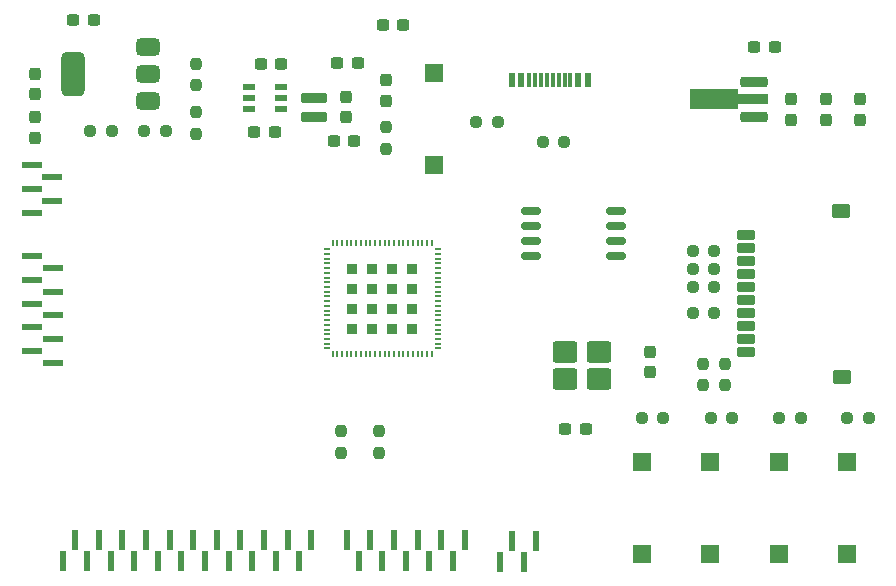
<source format=gbr>
%TF.GenerationSoftware,KiCad,Pcbnew,9.0.2*%
%TF.CreationDate,2025-06-25T14:41:33+05:30*%
%TF.ProjectId,DevBoard_F1C100s,44657642-6f61-4726-945f-463143313030,rev?*%
%TF.SameCoordinates,Original*%
%TF.FileFunction,Paste,Top*%
%TF.FilePolarity,Positive*%
%FSLAX46Y46*%
G04 Gerber Fmt 4.6, Leading zero omitted, Abs format (unit mm)*
G04 Created by KiCad (PCBNEW 9.0.2) date 2025-06-25 14:41:33*
%MOMM*%
%LPD*%
G01*
G04 APERTURE LIST*
G04 Aperture macros list*
%AMRoundRect*
0 Rectangle with rounded corners*
0 $1 Rounding radius*
0 $2 $3 $4 $5 $6 $7 $8 $9 X,Y pos of 4 corners*
0 Add a 4 corners polygon primitive as box body*
4,1,4,$2,$3,$4,$5,$6,$7,$8,$9,$2,$3,0*
0 Add four circle primitives for the rounded corners*
1,1,$1+$1,$2,$3*
1,1,$1+$1,$4,$5*
1,1,$1+$1,$6,$7*
1,1,$1+$1,$8,$9*
0 Add four rect primitives between the rounded corners*
20,1,$1+$1,$2,$3,$4,$5,0*
20,1,$1+$1,$4,$5,$6,$7,0*
20,1,$1+$1,$6,$7,$8,$9,0*
20,1,$1+$1,$8,$9,$2,$3,0*%
%AMFreePoly0*
4,1,9,5.362500,-0.866500,1.237500,-0.866500,1.237500,-0.450000,-1.237500,-0.450000,-1.237500,0.450000,1.237500,0.450000,1.237500,0.866500,5.362500,0.866500,5.362500,-0.866500,5.362500,-0.866500,$1*%
G04 Aperture macros list end*
%ADD10R,0.600000X1.160000*%
%ADD11R,0.300000X1.160000*%
%ADD12RoundRect,0.172500X-0.627500X-0.402500X0.627500X-0.402500X0.627500X0.402500X-0.627500X0.402500X0*%
%ADD13RoundRect,0.127500X-0.672500X-0.297500X0.672500X-0.297500X0.672500X0.297500X-0.672500X0.297500X0*%
%ADD14RoundRect,0.237500X0.237500X-0.250000X0.237500X0.250000X-0.237500X0.250000X-0.237500X-0.250000X0*%
%ADD15RoundRect,0.237500X-0.250000X-0.237500X0.250000X-0.237500X0.250000X0.237500X-0.250000X0.237500X0*%
%ADD16RoundRect,0.237500X-0.237500X0.300000X-0.237500X-0.300000X0.237500X-0.300000X0.237500X0.300000X0*%
%ADD17RoundRect,0.237500X-0.300000X-0.237500X0.300000X-0.237500X0.300000X0.237500X-0.300000X0.237500X0*%
%ADD18RoundRect,0.375000X0.625000X0.375000X-0.625000X0.375000X-0.625000X-0.375000X0.625000X-0.375000X0*%
%ADD19RoundRect,0.500000X0.500000X1.400000X-0.500000X1.400000X-0.500000X-1.400000X0.500000X-1.400000X0*%
%ADD20R,1.500000X1.500000*%
%ADD21R,0.200000X0.600000*%
%ADD22R,0.600000X0.200000*%
%ADD23R,0.935000X0.935000*%
%ADD24R,0.600000X1.750000*%
%ADD25RoundRect,0.237500X0.300000X0.237500X-0.300000X0.237500X-0.300000X-0.237500X0.300000X-0.237500X0*%
%ADD26RoundRect,0.237500X0.237500X-0.300000X0.237500X0.300000X-0.237500X0.300000X-0.237500X-0.300000X0*%
%ADD27R,1.000000X0.599999*%
%ADD28RoundRect,0.237500X-0.237500X0.250000X-0.237500X-0.250000X0.237500X-0.250000X0.237500X0.250000X0*%
%ADD29RoundRect,0.225000X0.925000X0.225000X-0.925000X0.225000X-0.925000X-0.225000X0.925000X-0.225000X0*%
%ADD30FreePoly0,180.000000*%
%ADD31RoundRect,0.250000X-0.800000X-0.650000X0.800000X-0.650000X0.800000X0.650000X-0.800000X0.650000X0*%
%ADD32RoundRect,0.237500X0.250000X0.237500X-0.250000X0.237500X-0.250000X-0.237500X0.250000X-0.237500X0*%
%ADD33R,1.750000X0.600000*%
%ADD34RoundRect,0.212500X-0.887500X0.212500X-0.887500X-0.212500X0.887500X-0.212500X0.887500X0.212500X0*%
%ADD35RoundRect,0.162500X-0.650000X-0.162500X0.650000X-0.162500X0.650000X0.162500X-0.650000X0.162500X0*%
G04 APERTURE END LIST*
D10*
%TO.C,J101*%
X172387500Y-104010000D03*
X171587500Y-104010000D03*
D11*
X170937500Y-104010000D03*
X169937500Y-104010000D03*
X168437500Y-104010000D03*
X167437500Y-104010000D03*
D10*
X166787500Y-104010000D03*
X165987500Y-104010000D03*
X165987500Y-104010000D03*
X166787500Y-104010000D03*
D11*
X167937500Y-104010000D03*
X168937500Y-104010000D03*
X169437500Y-104010000D03*
X170437500Y-104010000D03*
D10*
X171587500Y-104010000D03*
X172387500Y-104010000D03*
%TD*%
D12*
%TO.C,J104*%
X193850000Y-115100000D03*
X193900000Y-129100000D03*
D13*
X185800000Y-119300000D03*
X185800000Y-120400000D03*
X185800000Y-121500000D03*
X185800000Y-122600000D03*
X185800000Y-123700000D03*
X185800000Y-124800000D03*
X185800000Y-125900000D03*
X185800000Y-127000000D03*
X185800000Y-117100000D03*
X185800000Y-118200000D03*
%TD*%
D14*
%TO.C,R119*%
X184000000Y-127987500D03*
X184000000Y-129812500D03*
%TD*%
%TO.C,R118*%
X182200000Y-129812500D03*
X182200000Y-127987500D03*
%TD*%
D15*
%TO.C,R117*%
X183112500Y-123700000D03*
X181287500Y-123700000D03*
%TD*%
%TO.C,R116*%
X181287500Y-121500000D03*
X183112500Y-121500000D03*
%TD*%
%TO.C,R115*%
X181287500Y-119975000D03*
X183112500Y-119975000D03*
%TD*%
%TO.C,R114*%
X181287500Y-118450000D03*
X183112500Y-118450000D03*
%TD*%
D16*
%TO.C,C104*%
X189650000Y-107325000D03*
X189650000Y-105600000D03*
%TD*%
%TO.C,C109*%
X195425000Y-107325000D03*
X195425000Y-105600000D03*
%TD*%
D17*
%TO.C,C112*%
X128842500Y-98850000D03*
X130567500Y-98850000D03*
%TD*%
D18*
%TO.C,U101*%
X135142500Y-101170000D03*
D19*
X128842500Y-103470000D03*
D18*
X135142500Y-103470000D03*
X135142500Y-105770000D03*
%TD*%
D20*
%TO.C,SW105*%
X159350000Y-103350000D03*
X159350000Y-111150000D03*
%TD*%
D21*
%TO.C,U105*%
X150800000Y-117800001D03*
X151200000Y-117800000D03*
X151600000Y-117800000D03*
X152000000Y-117800000D03*
X152399999Y-117800000D03*
X152800000Y-117800000D03*
X153200000Y-117800000D03*
X153600000Y-117800001D03*
X154000000Y-117800000D03*
X154400000Y-117800000D03*
X154800001Y-117800000D03*
X155199999Y-117800000D03*
X155600000Y-117800000D03*
X156000000Y-117800000D03*
X156400000Y-117800001D03*
X156800000Y-117800000D03*
X157200000Y-117800000D03*
X157600001Y-117800000D03*
X158000000Y-117800000D03*
X158400000Y-117800000D03*
X158800000Y-117800000D03*
X159200000Y-117800001D03*
D22*
X159699999Y-118300000D03*
X159700000Y-118700000D03*
X159700000Y-119100000D03*
X159700000Y-119500000D03*
X159700000Y-119899999D03*
X159700000Y-120300000D03*
X159700000Y-120700000D03*
X159699999Y-121100000D03*
X159700000Y-121500000D03*
X159700000Y-121900000D03*
X159700000Y-122300001D03*
X159700000Y-122699999D03*
X159700000Y-123100000D03*
X159700000Y-123500000D03*
X159699999Y-123900000D03*
X159700000Y-124300000D03*
X159700000Y-124700000D03*
X159700000Y-125100001D03*
X159700000Y-125500000D03*
X159700000Y-125900000D03*
X159700000Y-126300000D03*
X159699999Y-126700000D03*
D21*
X159200000Y-127199999D03*
X158800000Y-127200000D03*
X158400000Y-127200000D03*
X158000000Y-127200000D03*
X157600001Y-127200000D03*
X157200000Y-127200000D03*
X156800000Y-127200000D03*
X156400000Y-127199999D03*
X156000000Y-127200000D03*
X155600000Y-127200000D03*
X155199999Y-127200000D03*
X154800001Y-127200000D03*
X154400000Y-127200000D03*
X154000000Y-127200000D03*
X153600000Y-127199999D03*
X153200000Y-127200000D03*
X152800000Y-127200000D03*
X152399999Y-127200000D03*
X152000000Y-127200000D03*
X151600000Y-127200000D03*
X151200000Y-127200000D03*
X150800000Y-127199999D03*
D22*
X150300001Y-126700000D03*
X150300000Y-126300000D03*
X150300000Y-125900000D03*
X150300000Y-125500000D03*
X150300000Y-125100001D03*
X150300000Y-124700000D03*
X150300000Y-124300000D03*
X150300001Y-123900000D03*
X150300000Y-123500000D03*
X150300000Y-123100000D03*
X150300000Y-122699999D03*
X150300000Y-122300001D03*
X150300000Y-121900000D03*
X150300000Y-121500000D03*
X150300001Y-121100000D03*
X150300000Y-120700000D03*
X150300000Y-120300000D03*
X150300000Y-119899999D03*
X150300000Y-119500000D03*
X150300000Y-119100000D03*
X150300000Y-118700000D03*
X150300001Y-118300000D03*
D23*
X157527500Y-125027500D03*
X157527500Y-123342500D03*
X157527500Y-121657500D03*
X157527500Y-119972500D03*
X155842500Y-125027500D03*
X155842500Y-123342500D03*
X155842500Y-121657500D03*
X155842500Y-119972500D03*
X154157500Y-125027500D03*
X154157500Y-123342500D03*
X154157500Y-121657500D03*
X154157500Y-119972500D03*
X152472500Y-125027500D03*
X152472500Y-123342500D03*
X152472500Y-121657500D03*
X152472500Y-119972500D03*
%TD*%
D24*
%TO.C,J105*%
X168000000Y-143005000D03*
X167000000Y-144755000D03*
X166000000Y-143005000D03*
X165000000Y-144755000D03*
%TD*%
D15*
%TO.C,R108*%
X182800000Y-132600000D03*
X184625000Y-132600000D03*
%TD*%
D25*
%TO.C,C115*%
X152625000Y-109150000D03*
X150900000Y-109150000D03*
%TD*%
D14*
%TO.C,R113*%
X154700000Y-135512500D03*
X154700000Y-133687500D03*
%TD*%
D24*
%TO.C,J103*%
X162000000Y-142950000D03*
X161000000Y-144700000D03*
X160000000Y-142950000D03*
X159000000Y-144700000D03*
X158000000Y-142950000D03*
X157000000Y-144700000D03*
X156000000Y-142950000D03*
X155000000Y-144700000D03*
X154000000Y-142950000D03*
X153000000Y-144700000D03*
X152000000Y-142950000D03*
%TD*%
D26*
%TO.C,C114*%
X177700000Y-128702500D03*
X177700000Y-126977500D03*
%TD*%
D27*
%TO.C,U103*%
X146455001Y-106425001D03*
X146455001Y-105475000D03*
X146455001Y-104525002D03*
X143705001Y-104525002D03*
X143705001Y-105475000D03*
X143705001Y-106425001D03*
%TD*%
D15*
%TO.C,R110*%
X188600000Y-132600000D03*
X190425000Y-132600000D03*
%TD*%
D20*
%TO.C,SW102*%
X177000000Y-136300000D03*
X177000000Y-144100000D03*
%TD*%
D15*
%TO.C,R101*%
X130305000Y-108310000D03*
X132130000Y-108310000D03*
%TD*%
D14*
%TO.C,R105*%
X139262500Y-108525000D03*
X139262500Y-106700000D03*
%TD*%
D17*
%TO.C,C101*%
X155075000Y-99300000D03*
X156800000Y-99300000D03*
%TD*%
D28*
%TO.C,R112*%
X151500000Y-133687500D03*
X151500000Y-135512500D03*
%TD*%
D29*
%TO.C,U102*%
X186500000Y-107100000D03*
D30*
X186412500Y-105600000D03*
D29*
X186500000Y-104100000D03*
%TD*%
D14*
%TO.C,R106*%
X139262500Y-104425000D03*
X139262500Y-102600000D03*
%TD*%
D15*
%TO.C,R102*%
X134875000Y-108300000D03*
X136700000Y-108300000D03*
%TD*%
D16*
%TO.C,C105*%
X125600000Y-103470000D03*
X125600000Y-105195000D03*
%TD*%
D20*
%TO.C,SW103*%
X188595239Y-136300000D03*
X188595239Y-144100000D03*
%TD*%
D17*
%TO.C,C111*%
X170500000Y-133487500D03*
X172225000Y-133487500D03*
%TD*%
D31*
%TO.C,Y101*%
X170500000Y-129277500D03*
X173400000Y-129277500D03*
X173400000Y-126977500D03*
X170500000Y-126977500D03*
%TD*%
D24*
%TO.C,J102*%
X128000000Y-144700000D03*
X129000000Y-142950000D03*
X130000000Y-144700000D03*
X131000000Y-142950000D03*
X132000000Y-144700000D03*
X133000000Y-142950000D03*
X134000000Y-144700000D03*
X135000000Y-142950000D03*
X136000000Y-144700000D03*
X137000000Y-142950000D03*
X138000000Y-144700000D03*
X139000000Y-142950000D03*
X140000000Y-144700000D03*
X141000000Y-142950000D03*
X142000000Y-144700000D03*
X143000000Y-142950000D03*
X144000000Y-144700000D03*
X145000000Y-142950000D03*
X146000000Y-144700000D03*
X147000000Y-142950000D03*
X148000000Y-144700000D03*
X149000000Y-142950000D03*
%TD*%
D32*
%TO.C,R103*%
X164800000Y-107500000D03*
X162975000Y-107500000D03*
%TD*%
D15*
%TO.C,R109*%
X176987500Y-132600000D03*
X178812500Y-132600000D03*
%TD*%
D25*
%TO.C,C103*%
X146462500Y-102600000D03*
X144737500Y-102600000D03*
%TD*%
D17*
%TO.C,C106*%
X144175000Y-108400000D03*
X145900000Y-108400000D03*
%TD*%
D16*
%TO.C,C108*%
X192537500Y-105600000D03*
X192537500Y-107325000D03*
%TD*%
%TO.C,C110*%
X125600000Y-107137500D03*
X125600000Y-108862500D03*
%TD*%
D33*
%TO.C,J106*%
X125350000Y-118900000D03*
X127100000Y-119900000D03*
X125350000Y-120900000D03*
X127100000Y-121900000D03*
X125350000Y-122900000D03*
X127100000Y-123900000D03*
X125350000Y-124900000D03*
X127100000Y-125900000D03*
X125350000Y-126900000D03*
X127100000Y-127900000D03*
%TD*%
D15*
%TO.C,R111*%
X194387500Y-132600000D03*
X196212500Y-132600000D03*
%TD*%
D34*
%TO.C,L101*%
X149200000Y-105475000D03*
X149200000Y-107125000D03*
%TD*%
D20*
%TO.C,SW104*%
X194392858Y-136300000D03*
X194392858Y-144100000D03*
%TD*%
D32*
%TO.C,R104*%
X170400000Y-109200000D03*
X168575000Y-109200000D03*
%TD*%
D20*
%TO.C,SW101*%
X182797619Y-136300000D03*
X182797619Y-144100000D03*
%TD*%
D33*
%TO.C,J108*%
X125325000Y-111200000D03*
X127075000Y-112200000D03*
X125325000Y-113200000D03*
X127075000Y-114200000D03*
X125325000Y-115200000D03*
%TD*%
D26*
%TO.C,C116*%
X155339649Y-105708211D03*
X155339649Y-103983211D03*
%TD*%
%TO.C,C107*%
X151900000Y-107125000D03*
X151900000Y-105400000D03*
%TD*%
D35*
%TO.C,U104*%
X167612500Y-115095000D03*
X167612500Y-116365000D03*
X167612500Y-117635000D03*
X167612500Y-118905000D03*
X174787500Y-118905000D03*
X174787500Y-117635000D03*
X174787500Y-116365000D03*
X174787500Y-115095000D03*
%TD*%
D25*
%TO.C,C113*%
X152912500Y-102550000D03*
X151187500Y-102550000D03*
%TD*%
D17*
%TO.C,C102*%
X186500000Y-101170000D03*
X188225000Y-101170000D03*
%TD*%
D14*
%TO.C,R107*%
X155339649Y-109795711D03*
X155339649Y-107970711D03*
%TD*%
M02*

</source>
